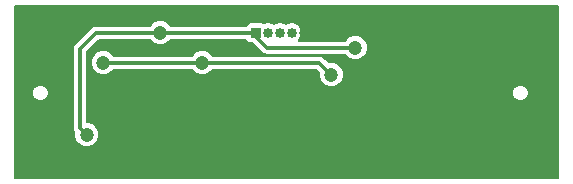
<source format=gbr>
G04 #@! TF.FileFunction,Copper,L2,Bot,Signal*
%FSLAX46Y46*%
G04 Gerber Fmt 4.6, Leading zero omitted, Abs format (unit mm)*
G04 Created by KiCad (PCBNEW 4.0.0-rc1-stable) date 09/11/2017 17:01:20*
%MOMM*%
G01*
G04 APERTURE LIST*
%ADD10C,0.100000*%
%ADD11R,0.850000X0.850000*%
%ADD12O,0.850000X0.850000*%
%ADD13C,1.200000*%
%ADD14C,0.304800*%
%ADD15C,0.200000*%
G04 APERTURE END LIST*
D10*
D11*
X163068000Y-99060000D03*
D12*
X164068000Y-99060000D03*
X165068000Y-99060000D03*
X166068000Y-99060000D03*
X167068000Y-99060000D03*
D13*
X148717000Y-107696000D03*
X171450000Y-100330000D03*
X154940000Y-99060000D03*
X172466000Y-97282000D03*
X143510000Y-97282000D03*
X156845000Y-107950000D03*
X146050000Y-109982000D03*
X144780000Y-106807000D03*
X160401000Y-107950000D03*
X174117000Y-107442000D03*
X179959000Y-107442000D03*
X185547000Y-107442000D03*
X179832000Y-100076000D03*
X160401000Y-107950000D03*
X169418000Y-102616000D03*
X150114000Y-101600000D03*
X158496000Y-101600000D03*
D14*
X171450000Y-100330000D02*
X164794637Y-100330000D01*
X163068000Y-99060000D02*
X163068000Y-99440842D01*
X163068000Y-99440842D02*
X163957158Y-100330000D01*
X163957158Y-100330000D02*
X164794637Y-100330000D01*
X163068000Y-99060000D02*
X162338200Y-99060000D01*
X162338200Y-99060000D02*
X160020000Y-99060000D01*
X149479000Y-99060000D02*
X154940000Y-99060000D01*
X148117001Y-100421999D02*
X149479000Y-99060000D01*
X148717000Y-107696000D02*
X148117001Y-107096001D01*
X148117001Y-107096001D02*
X148117001Y-100421999D01*
X154940000Y-99060000D02*
X160020000Y-99060000D01*
X172466000Y-97282000D02*
X143510000Y-97282000D01*
X167068000Y-99060000D02*
X178816000Y-99060000D01*
X178816000Y-99060000D02*
X179832000Y-100076000D01*
X146050000Y-109982000D02*
X154813000Y-109982000D01*
X154813000Y-109982000D02*
X156845000Y-107950000D01*
X144780000Y-109093000D02*
X145669000Y-109982000D01*
X145669000Y-109982000D02*
X146050000Y-109982000D01*
X144780000Y-106807000D02*
X144780000Y-109093000D01*
X174117000Y-107442000D02*
X160909000Y-107442000D01*
X160909000Y-107442000D02*
X160401000Y-107950000D01*
X185547000Y-107442000D02*
X179959000Y-107442000D01*
X160401000Y-107950000D02*
X160401000Y-107950000D01*
X168402000Y-101600000D02*
X158496000Y-101600000D01*
X169418000Y-102616000D02*
X168402000Y-101600000D01*
X150622000Y-101600000D02*
X150114000Y-101600000D01*
X158496000Y-101600000D02*
X150622000Y-101600000D01*
D15*
G36*
X188601000Y-111385000D02*
X142615000Y-111385000D01*
X142615000Y-104279737D01*
X144074277Y-104279737D01*
X144181472Y-104539168D01*
X144379788Y-104737830D01*
X144639032Y-104845478D01*
X144919737Y-104845723D01*
X145179168Y-104738528D01*
X145377830Y-104540212D01*
X145485478Y-104280968D01*
X145485723Y-104000263D01*
X145378528Y-103740832D01*
X145180212Y-103542170D01*
X144920968Y-103434522D01*
X144640263Y-103434277D01*
X144380832Y-103541472D01*
X144182170Y-103739788D01*
X144074522Y-103999032D01*
X144074277Y-104279737D01*
X142615000Y-104279737D01*
X142615000Y-100421999D01*
X147509001Y-100421999D01*
X147509001Y-107096001D01*
X147555282Y-107328673D01*
X147645257Y-107463329D01*
X147661582Y-107487761D01*
X147661218Y-107905051D01*
X147821584Y-108293168D01*
X148118270Y-108590372D01*
X148506107Y-108751416D01*
X148926051Y-108751782D01*
X149314168Y-108591416D01*
X149611372Y-108294730D01*
X149772416Y-107906893D01*
X149772782Y-107486949D01*
X149612416Y-107098832D01*
X149315730Y-106801628D01*
X148927893Y-106640584D01*
X148725001Y-106640407D01*
X148725001Y-104279737D01*
X184714277Y-104279737D01*
X184821472Y-104539168D01*
X185019788Y-104737830D01*
X185279032Y-104845478D01*
X185559737Y-104845723D01*
X185819168Y-104738528D01*
X186017830Y-104540212D01*
X186125478Y-104280968D01*
X186125723Y-104000263D01*
X186018528Y-103740832D01*
X185820212Y-103542170D01*
X185560968Y-103434522D01*
X185280263Y-103434277D01*
X185020832Y-103541472D01*
X184822170Y-103739788D01*
X184714522Y-103999032D01*
X184714277Y-104279737D01*
X148725001Y-104279737D01*
X148725001Y-101809051D01*
X149058218Y-101809051D01*
X149218584Y-102197168D01*
X149515270Y-102494372D01*
X149903107Y-102655416D01*
X150323051Y-102655782D01*
X150711168Y-102495416D01*
X150999086Y-102208000D01*
X157611397Y-102208000D01*
X157897270Y-102494372D01*
X158285107Y-102655416D01*
X158705051Y-102655782D01*
X159093168Y-102495416D01*
X159381086Y-102208000D01*
X168150158Y-102208000D01*
X168362571Y-102420413D01*
X168362218Y-102825051D01*
X168522584Y-103213168D01*
X168819270Y-103510372D01*
X169207107Y-103671416D01*
X169627051Y-103671782D01*
X170015168Y-103511416D01*
X170312372Y-103214730D01*
X170473416Y-102826893D01*
X170473782Y-102406949D01*
X170313416Y-102018832D01*
X170016730Y-101721628D01*
X169628893Y-101560584D01*
X169222071Y-101560229D01*
X168831921Y-101170079D01*
X168634672Y-101038281D01*
X168402000Y-100992000D01*
X159380603Y-100992000D01*
X159094730Y-100705628D01*
X158706893Y-100544584D01*
X158286949Y-100544218D01*
X157898832Y-100704584D01*
X157610914Y-100992000D01*
X150998603Y-100992000D01*
X150712730Y-100705628D01*
X150324893Y-100544584D01*
X149904949Y-100544218D01*
X149516832Y-100704584D01*
X149219628Y-101001270D01*
X149058584Y-101389107D01*
X149058218Y-101809051D01*
X148725001Y-101809051D01*
X148725001Y-100673841D01*
X149730842Y-99668000D01*
X154055397Y-99668000D01*
X154341270Y-99954372D01*
X154729107Y-100115416D01*
X155149051Y-100115782D01*
X155537168Y-99955416D01*
X155825086Y-99668000D01*
X162219358Y-99668000D01*
X162310025Y-99808900D01*
X162462274Y-99912927D01*
X162643000Y-99949525D01*
X162716841Y-99949525D01*
X163527237Y-100759921D01*
X163724486Y-100891719D01*
X163957158Y-100938000D01*
X170565397Y-100938000D01*
X170851270Y-101224372D01*
X171239107Y-101385416D01*
X171659051Y-101385782D01*
X172047168Y-101225416D01*
X172344372Y-100928730D01*
X172505416Y-100540893D01*
X172505782Y-100120949D01*
X172345416Y-99732832D01*
X172048730Y-99435628D01*
X171660893Y-99274584D01*
X171240949Y-99274218D01*
X170852832Y-99434584D01*
X170564914Y-99722000D01*
X166657648Y-99722000D01*
X166690678Y-99699930D01*
X166881568Y-99414243D01*
X166948600Y-99077252D01*
X166948600Y-99042748D01*
X166881568Y-98705757D01*
X166690678Y-98420070D01*
X166404991Y-98229180D01*
X166068000Y-98162148D01*
X165731009Y-98229180D01*
X165568000Y-98338099D01*
X165404991Y-98229180D01*
X165068000Y-98162148D01*
X164731009Y-98229180D01*
X164568000Y-98338099D01*
X164404991Y-98229180D01*
X164068000Y-98162148D01*
X163731009Y-98229180D01*
X163718406Y-98237601D01*
X163673726Y-98207073D01*
X163493000Y-98170475D01*
X162643000Y-98170475D01*
X162474165Y-98202243D01*
X162319100Y-98302025D01*
X162216627Y-98452000D01*
X155824603Y-98452000D01*
X155538730Y-98165628D01*
X155150893Y-98004584D01*
X154730949Y-98004218D01*
X154342832Y-98164584D01*
X154054914Y-98452000D01*
X149479000Y-98452000D01*
X149246328Y-98498281D01*
X149049079Y-98630079D01*
X147687080Y-99992078D01*
X147555282Y-100189327D01*
X147509001Y-100421999D01*
X142615000Y-100421999D01*
X142615000Y-96768000D01*
X188601000Y-96768000D01*
X188601000Y-111385000D01*
X188601000Y-111385000D01*
G37*
X188601000Y-111385000D02*
X142615000Y-111385000D01*
X142615000Y-104279737D01*
X144074277Y-104279737D01*
X144181472Y-104539168D01*
X144379788Y-104737830D01*
X144639032Y-104845478D01*
X144919737Y-104845723D01*
X145179168Y-104738528D01*
X145377830Y-104540212D01*
X145485478Y-104280968D01*
X145485723Y-104000263D01*
X145378528Y-103740832D01*
X145180212Y-103542170D01*
X144920968Y-103434522D01*
X144640263Y-103434277D01*
X144380832Y-103541472D01*
X144182170Y-103739788D01*
X144074522Y-103999032D01*
X144074277Y-104279737D01*
X142615000Y-104279737D01*
X142615000Y-100421999D01*
X147509001Y-100421999D01*
X147509001Y-107096001D01*
X147555282Y-107328673D01*
X147645257Y-107463329D01*
X147661582Y-107487761D01*
X147661218Y-107905051D01*
X147821584Y-108293168D01*
X148118270Y-108590372D01*
X148506107Y-108751416D01*
X148926051Y-108751782D01*
X149314168Y-108591416D01*
X149611372Y-108294730D01*
X149772416Y-107906893D01*
X149772782Y-107486949D01*
X149612416Y-107098832D01*
X149315730Y-106801628D01*
X148927893Y-106640584D01*
X148725001Y-106640407D01*
X148725001Y-104279737D01*
X184714277Y-104279737D01*
X184821472Y-104539168D01*
X185019788Y-104737830D01*
X185279032Y-104845478D01*
X185559737Y-104845723D01*
X185819168Y-104738528D01*
X186017830Y-104540212D01*
X186125478Y-104280968D01*
X186125723Y-104000263D01*
X186018528Y-103740832D01*
X185820212Y-103542170D01*
X185560968Y-103434522D01*
X185280263Y-103434277D01*
X185020832Y-103541472D01*
X184822170Y-103739788D01*
X184714522Y-103999032D01*
X184714277Y-104279737D01*
X148725001Y-104279737D01*
X148725001Y-101809051D01*
X149058218Y-101809051D01*
X149218584Y-102197168D01*
X149515270Y-102494372D01*
X149903107Y-102655416D01*
X150323051Y-102655782D01*
X150711168Y-102495416D01*
X150999086Y-102208000D01*
X157611397Y-102208000D01*
X157897270Y-102494372D01*
X158285107Y-102655416D01*
X158705051Y-102655782D01*
X159093168Y-102495416D01*
X159381086Y-102208000D01*
X168150158Y-102208000D01*
X168362571Y-102420413D01*
X168362218Y-102825051D01*
X168522584Y-103213168D01*
X168819270Y-103510372D01*
X169207107Y-103671416D01*
X169627051Y-103671782D01*
X170015168Y-103511416D01*
X170312372Y-103214730D01*
X170473416Y-102826893D01*
X170473782Y-102406949D01*
X170313416Y-102018832D01*
X170016730Y-101721628D01*
X169628893Y-101560584D01*
X169222071Y-101560229D01*
X168831921Y-101170079D01*
X168634672Y-101038281D01*
X168402000Y-100992000D01*
X159380603Y-100992000D01*
X159094730Y-100705628D01*
X158706893Y-100544584D01*
X158286949Y-100544218D01*
X157898832Y-100704584D01*
X157610914Y-100992000D01*
X150998603Y-100992000D01*
X150712730Y-100705628D01*
X150324893Y-100544584D01*
X149904949Y-100544218D01*
X149516832Y-100704584D01*
X149219628Y-101001270D01*
X149058584Y-101389107D01*
X149058218Y-101809051D01*
X148725001Y-101809051D01*
X148725001Y-100673841D01*
X149730842Y-99668000D01*
X154055397Y-99668000D01*
X154341270Y-99954372D01*
X154729107Y-100115416D01*
X155149051Y-100115782D01*
X155537168Y-99955416D01*
X155825086Y-99668000D01*
X162219358Y-99668000D01*
X162310025Y-99808900D01*
X162462274Y-99912927D01*
X162643000Y-99949525D01*
X162716841Y-99949525D01*
X163527237Y-100759921D01*
X163724486Y-100891719D01*
X163957158Y-100938000D01*
X170565397Y-100938000D01*
X170851270Y-101224372D01*
X171239107Y-101385416D01*
X171659051Y-101385782D01*
X172047168Y-101225416D01*
X172344372Y-100928730D01*
X172505416Y-100540893D01*
X172505782Y-100120949D01*
X172345416Y-99732832D01*
X172048730Y-99435628D01*
X171660893Y-99274584D01*
X171240949Y-99274218D01*
X170852832Y-99434584D01*
X170564914Y-99722000D01*
X166657648Y-99722000D01*
X166690678Y-99699930D01*
X166881568Y-99414243D01*
X166948600Y-99077252D01*
X166948600Y-99042748D01*
X166881568Y-98705757D01*
X166690678Y-98420070D01*
X166404991Y-98229180D01*
X166068000Y-98162148D01*
X165731009Y-98229180D01*
X165568000Y-98338099D01*
X165404991Y-98229180D01*
X165068000Y-98162148D01*
X164731009Y-98229180D01*
X164568000Y-98338099D01*
X164404991Y-98229180D01*
X164068000Y-98162148D01*
X163731009Y-98229180D01*
X163718406Y-98237601D01*
X163673726Y-98207073D01*
X163493000Y-98170475D01*
X162643000Y-98170475D01*
X162474165Y-98202243D01*
X162319100Y-98302025D01*
X162216627Y-98452000D01*
X155824603Y-98452000D01*
X155538730Y-98165628D01*
X155150893Y-98004584D01*
X154730949Y-98004218D01*
X154342832Y-98164584D01*
X154054914Y-98452000D01*
X149479000Y-98452000D01*
X149246328Y-98498281D01*
X149049079Y-98630079D01*
X147687080Y-99992078D01*
X147555282Y-100189327D01*
X147509001Y-100421999D01*
X142615000Y-100421999D01*
X142615000Y-96768000D01*
X188601000Y-96768000D01*
X188601000Y-111385000D01*
M02*

</source>
